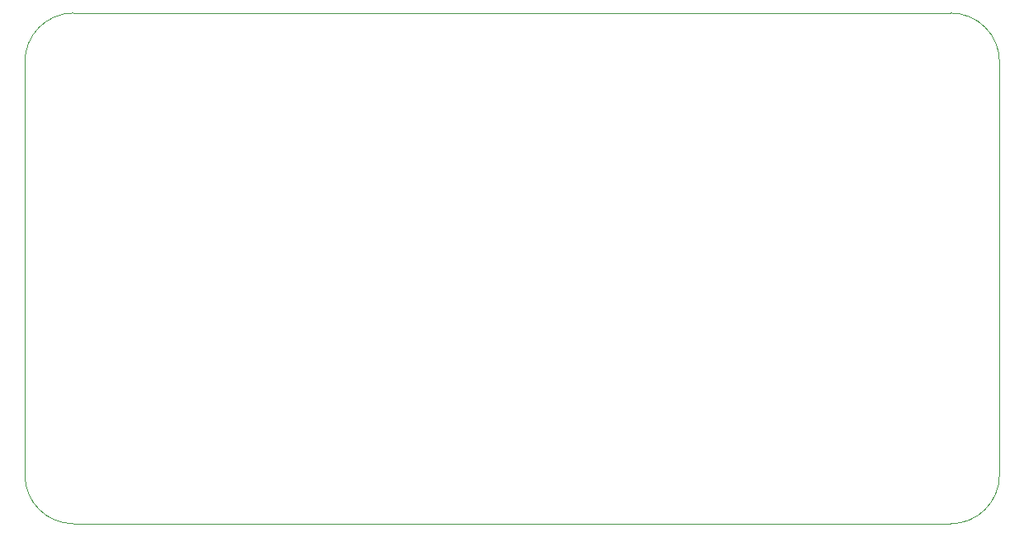
<source format=gbr>
%TF.GenerationSoftware,KiCad,Pcbnew,8.0.0*%
%TF.CreationDate,2024-03-12T01:14:06-04:00*%
%TF.ProjectId,ORA_ControlBoard-main_Rev2,4f52415f-436f-46e7-9472-6f6c426f6172,rev?*%
%TF.SameCoordinates,Original*%
%TF.FileFunction,Profile,NP*%
%FSLAX46Y46*%
G04 Gerber Fmt 4.6, Leading zero omitted, Abs format (unit mm)*
G04 Created by KiCad (PCBNEW 8.0.0) date 2024-03-12 01:14:06*
%MOMM*%
%LPD*%
G01*
G04 APERTURE LIST*
%TA.AperFunction,Profile*%
%ADD10C,0.100000*%
%TD*%
G04 APERTURE END LIST*
D10*
X90000000Y-55000000D02*
G75*
G02*
X95000000Y-50000000I5000000J0D01*
G01*
X95000000Y-102500000D02*
G75*
G02*
X90000000Y-97500000I0J5000000D01*
G01*
X190000000Y-97500000D02*
X190000000Y-55000000D01*
X185000000Y-50000000D02*
X95000000Y-50000000D01*
X90000000Y-55000000D02*
X90000000Y-97500000D01*
X190000000Y-97500000D02*
G75*
G02*
X185000000Y-102500000I-5000000J0D01*
G01*
X185000000Y-50000000D02*
G75*
G02*
X190000000Y-55000000I0J-5000000D01*
G01*
X95000000Y-102500000D02*
X185000000Y-102500000D01*
M02*

</source>
